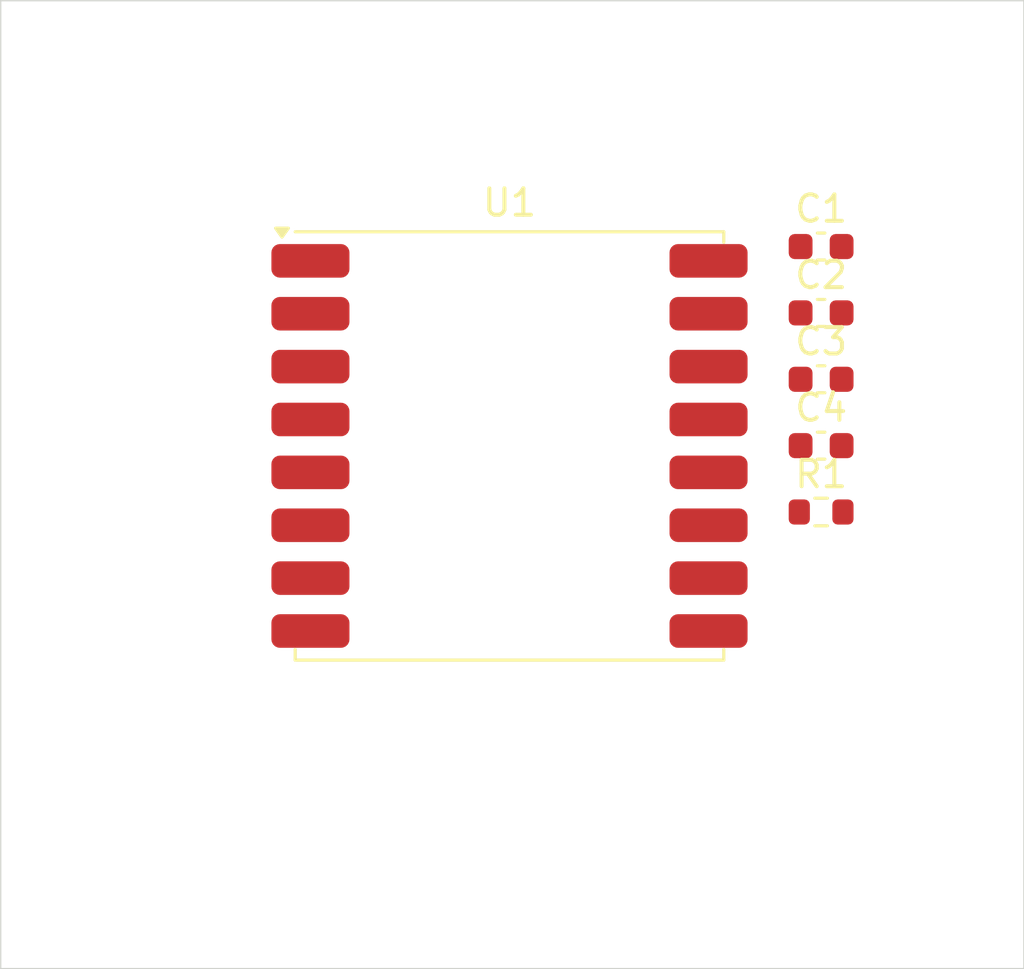
<source format=kicad_pcb>
(kicad_pcb (version 20241229) (generator "pcbnew") (generator_version "9.0")
  (layers (0 "F.Cu" signal) (2 "B.Cu" signal) (13 "F.Paste" user) (15 "B.Paste" user) (5 "F.SilkS" user "F.Silkscreen") (7 "B.SilkS" user "B.Silkscreen") (1 "F.Mask" user) (3 "B.Mask" user) (25 "Edge.Cuts" user))
  (net 0 "")
  (net 1 "GND")
  (net 2 "+3.3V")
  (net 3 "Net-(C4-Pad1)")
  (net 4 "Net-(U1-ANT)")
  (footprint "Capacitor_SMD:C_0603_1608Metric" (layer "F.Cu") (at 100.775 80.39)
    (property "Reference" "C4" (at 0 -1.43 0) (layer "F.SilkS"))
    (property "Value" "10n")
    (fp_line (start -0.14058 -0.51) (end 0.14058 -0.51) (stroke (width 0.12)) (layer "F.SilkS"))
    (fp_line (start -0.14058 0.51) (end 0.14058 0.51) (stroke (width 0.12)) (layer "F.SilkS"))
    (pad "1" smd roundrect (at -0.775 0) (size 0.9 0.95) (layers "F.Cu" "F.Mask" "F.Paste") (net 3 "Net-(C4-Pad1)"))
    (pad "2" smd roundrect (at 0.775 0) (size 0.9 0.95) (layers "F.Cu" "F.Mask" "F.Paste") (net 1 "GND"))
  )
  (footprint "Capacitor_SMD:C_0603_1608Metric" (layer "F.Cu") (at 100.775 75.37)
    (property "Reference" "C2" (at 0 -1.43 0) (layer "F.SilkS"))
    (property "Value" "100n")
    (fp_line (start -0.14058 -0.51) (end 0.14058 -0.51) (stroke (width 0.12)) (layer "F.SilkS"))
    (fp_line (start -0.14058 0.51) (end 0.14058 0.51) (stroke (width 0.12)) (layer "F.SilkS"))
    (pad "1" smd roundrect (at -0.775 0) (size 0.9 0.95) (layers "F.Cu" "F.Mask" "F.Paste") (net 2 "+3.3V"))
    (pad "2" smd roundrect (at 0.775 0) (size 0.9 0.95) (layers "F.Cu" "F.Mask" "F.Paste") (net 1 "GND"))
  )
  (footprint "RF_Module:HOPERF_RFM9XW_SMD" (layer "F.Cu") (at 88.995 80.401)
    (property "Reference" "U1" (at 0 -9.2 0) (layer "F.SilkS"))
    (property "Value" "RFM95W-868S2")
    (fp_line (start -8.1 -8.1) (end 8.1 -8.1) (stroke (width 0.12)) (layer "F.SilkS"))
    (fp_line (start -8.1 7.7) (end -8.1 8.1) (stroke (width 0.12)) (layer "F.SilkS"))
    (fp_line (start -8.1 8.1) (end 8.1 8.1) (stroke (width 0.12)) (layer "F.SilkS"))
    (fp_line (start 8.1 -8.1) (end 8.1 -7.7) (stroke (width 0.12)) (layer "F.SilkS"))
    (fp_line (start 8.1 8.1) (end 8.1 7.7) (stroke (width 0.12)) (layer "F.SilkS"))
    (fp_poly (pts (xy -8.6 -7.9) (xy -8.84 -8.236) (xy -8.36 -8.236) (xy -8.6 -7.9)) (stroke (width 0.12)) (fill yes) (layer "F.SilkS"))
    (pad "1" smd roundrect (at -7.525 -7) (size 2.95 1.27) (layers "F.Cu" "F.Mask" "F.Paste") (net 1 "GND"))
    (pad "2" smd roundrect (at -7.525 -5) (size 2.95 1.27) (layers "F.Cu" "F.Mask" "F.Paste"))
    (pad "3" smd roundrect (at -7.525 -3) (size 2.95 1.27) (layers "F.Cu" "F.Mask" "F.Paste"))
    (pad "4" smd roundrect (at -7.525 -1) (size 2.95 1.27) (layers "F.Cu" "F.Mask" "F.Paste"))
    (pad "5" smd roundrect (at -7.525 1) (size 2.95 1.27) (layers "F.Cu" "F.Mask" "F.Paste"))
    (pad "6" smd roundrect (at -7.525 3) (size 2.95 1.27) (layers "F.Cu" "F.Mask" "F.Paste"))
    (pad "7" smd roundrect (at -7.525 5) (size 2.95 1.27) (layers "F.Cu" "F.Mask" "F.Paste"))
    (pad "8" smd roundrect (at -7.525 7) (size 2.95 1.27) (layers "F.Cu" "F.Mask" "F.Paste") (net 1 "GND"))
    (pad "9" smd roundrect (at 7.525 7) (size 2.95 1.27) (layers "F.Cu" "F.Mask" "F.Paste") (net 4 "Net-(U1-ANT)"))
    (pad "10" smd roundrect (at 7.525 5) (size 2.95 1.27) (layers "F.Cu" "F.Mask" "F.Paste") (net 1 "GND"))
    (pad "11" smd roundrect (at 7.525 3) (size 2.95 1.27) (layers "F.Cu" "F.Mask" "F.Paste"))
    (pad "12" smd roundrect (at 7.525 1) (size 2.95 1.27) (layers "F.Cu" "F.Mask" "F.Paste"))
    (pad "13" smd roundrect (at 7.525 -1) (size 2.95 1.27) (layers "F.Cu" "F.Mask" "F.Paste") (net 2 "+3.3V"))
    (pad "14" smd roundrect (at 7.525 -3) (size 2.95 1.27) (layers "F.Cu" "F.Mask" "F.Paste"))
    (pad "15" smd roundrect (at 7.525 -5) (size 2.95 1.27) (layers "F.Cu" "F.Mask" "F.Paste"))
    (pad "16" smd roundrect (at 7.525 -7) (size 2.95 1.27) (layers "F.Cu" "F.Mask" "F.Paste"))
  )
  (footprint "Capacitor_SMD:C_0603_1608Metric" (layer "F.Cu") (at 100.775 72.86)
    (property "Reference" "C1" (at 0 -1.43 0) (layer "F.SilkS"))
    (property "Value" "10n")
    (fp_line (start -0.14058 -0.51) (end 0.14058 -0.51) (stroke (width 0.12)) (layer "F.SilkS"))
    (fp_line (start -0.14058 0.51) (end 0.14058 0.51) (stroke (width 0.12)) (layer "F.SilkS"))
    (pad "1" smd roundrect (at -0.775 0) (size 0.9 0.95) (layers "F.Cu" "F.Mask" "F.Paste") (net 2 "+3.3V"))
    (pad "2" smd roundrect (at 0.775 0) (size 0.9 0.95) (layers "F.Cu" "F.Mask" "F.Paste") (net 1 "GND"))
  )
  (footprint "Resistor_SMD:R_0603_1608Metric" (layer "F.Cu") (at 100.775 82.9)
    (property "Reference" "R1" (at 0 -1.43 0) (layer "F.SilkS"))
    (property "Value" "R0")
    (fp_line (start -0.237258 -0.5225) (end 0.237258 -0.5225) (stroke (width 0.12)) (layer "F.SilkS"))
    (fp_line (start -0.237258 0.5225) (end 0.237258 0.5225) (stroke (width 0.12)) (layer "F.SilkS"))
    (pad "1" smd roundrect (at -0.825 0) (size 0.8 0.95) (layers "F.Cu" "F.Mask" "F.Paste") (net 3 "Net-(C4-Pad1)"))
    (pad "2" smd roundrect (at 0.825 0) (size 0.8 0.95) (layers "F.Cu" "F.Mask" "F.Paste") (net 4 "Net-(U1-ANT)"))
  )
  (footprint "Capacitor_SMD:C_0603_1608Metric" (layer "F.Cu") (at 100.775 77.88)
    (property "Reference" "C3" (at 0 -1.43 0) (layer "F.SilkS"))
    (property "Value" "2.2uF")
    (fp_line (start -0.14058 -0.51) (end 0.14058 -0.51) (stroke (width 0.12)) (layer "F.SilkS"))
    (fp_line (start -0.14058 0.51) (end 0.14058 0.51) (stroke (width 0.12)) (layer "F.SilkS"))
    (pad "1" smd roundrect (at -0.775 0) (size 0.9 0.95) (layers "F.Cu" "F.Mask" "F.Paste") (net 2 "+3.3V"))
    (pad "2" smd roundrect (at 0.775 0) (size 0.9 0.95) (layers "F.Cu" "F.Mask" "F.Paste") (net 1 "GND"))
  )
  (gr_rect (start 69.76 63.56) (end 108.44 100.17) (stroke (width 0.05)) (fill no) (layer "Edge.Cuts"))
)
</source>
